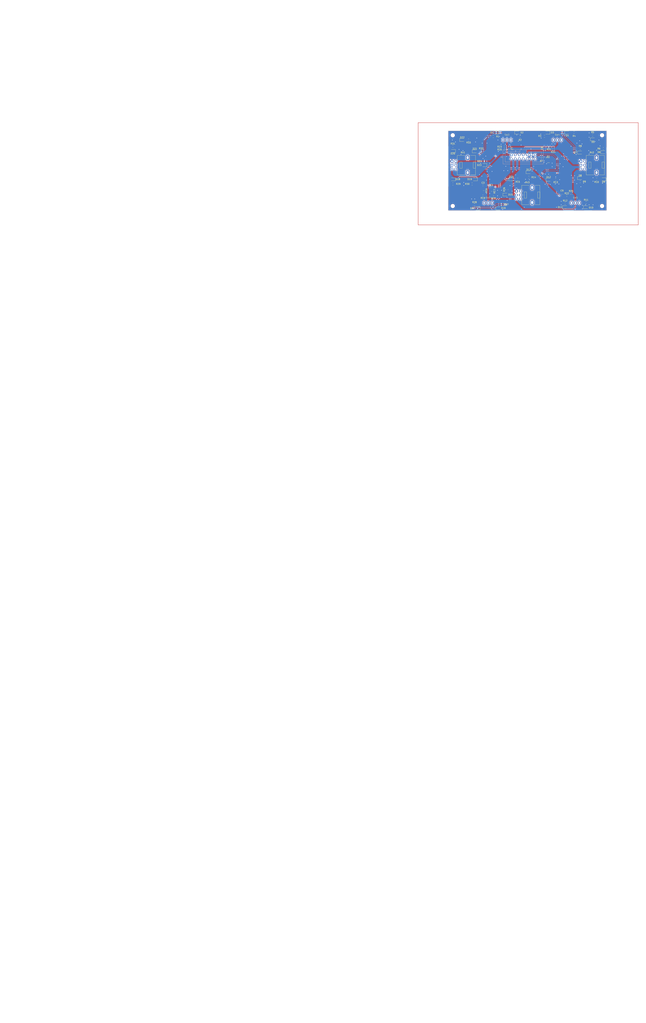
<source format=kicad_pcb>
(kicad_pcb (version 20221018) (generator pcbnew)

  (general
    (thickness 1.6)
  )

  (paper "A4")
  (layers
    (0 "F.Cu" signal)
    (31 "B.Cu" signal)
    (34 "B.Paste" user)
    (35 "F.Paste" user)
    (36 "B.SilkS" user "B.Silkscreen")
    (37 "F.SilkS" user "F.Silkscreen")
    (38 "B.Mask" user)
    (39 "F.Mask" user)
    (44 "Edge.Cuts" user)
    (45 "Margin" user)
    (46 "B.CrtYd" user "B.Courtyard")
    (47 "F.CrtYd" user "F.Courtyard")
    (48 "B.Fab" user)
    (49 "F.Fab" user)
  )

  (setup
    (stackup
      (layer "F.SilkS" (type "Top Silk Screen") (color "White"))
      (layer "F.Paste" (type "Top Solder Paste"))
      (layer "F.Mask" (type "Top Solder Mask") (color "Black") (thickness 0.01))
      (layer "F.Cu" (type "copper") (thickness 0.035))
      (layer "dielectric 1" (type "core") (thickness 1.51) (material "FR4") (epsilon_r 4.5) (loss_tangent 0.02))
      (layer "B.Cu" (type "copper") (thickness 0.035))
      (layer "B.Mask" (type "Bottom Solder Mask") (color "Black") (thickness 0.01))
      (layer "B.Paste" (type "Bottom Solder Paste"))
      (layer "B.SilkS" (type "Bottom Silk Screen") (color "White"))
      (copper_finish "None")
      (dielectric_constraints yes)
    )
    (pad_to_mask_clearance 0)
    (aux_axis_origin 84 131)
    (grid_origin 84 131)
    (pcbplotparams
      (layerselection 0x00010fc_ffffffff)
      (plot_on_all_layers_selection 0x0000000_00000000)
      (disableapertmacros false)
      (usegerberextensions false)
      (usegerberattributes true)
      (usegerberadvancedattributes true)
      (creategerberjobfile true)
      (dashed_line_dash_ratio 12.000000)
      (dashed_line_gap_ratio 3.000000)
      (svgprecision 4)
      (plotframeref false)
      (viasonmask false)
      (mode 1)
      (useauxorigin false)
      (hpglpennumber 1)
      (hpglpenspeed 20)
      (hpglpendiameter 15.000000)
      (dxfpolygonmode true)
      (dxfimperialunits true)
      (dxfusepcbnewfont true)
      (psnegative false)
      (psa4output false)
      (plotreference true)
      (plotvalue true)
      (plotinvisibletext false)
      (sketchpadsonfab false)
      (subtractmaskfromsilk false)
      (outputformat 1)
      (mirror false)
      (drillshape 1)
      (scaleselection 1)
      (outputdirectory "")
    )
  )

  (net 0 "")
  (net 1 "/LED_PWR")
  (net 2 "Net-(D1-A)")
  (net 3 "Net-(D2-A)")
  (net 4 "Net-(D3-A)")
  (net 5 "Net-(D4-A)")
  (net 6 "Net-(D5-A)")
  (net 7 "Net-(D6-A)")
  (net 8 "/PWM_1")
  (net 9 "/SYS_1")
  (net 10 "/SYS_2")
  (net 11 "/Gain")
  (net 12 "/Multiscan")
  (net 13 "/CCS")
  (net 14 "/PWS")
  (net 15 "/Tilt")
  (net 16 "VBUS")
  (net 17 "GND")
  (net 18 "Net-(SW2-C)")
  (net 19 "Net-(SW2-A)")
  (net 20 "Net-(SW3-A)")
  (net 21 "Net-(SW4-A)")
  (net 22 "Net-(SW5-A)")
  (net 23 "+3V3")
  (net 24 "/MODE")
  (net 25 "unconnected-(J1-Pin_10-Pad10)")
  (net 26 "unconnected-(J1-Pin_8-Pad8)")
  (net 27 "Net-(D7-A)")
  (net 28 "Net-(D8-A)")
  (net 29 "Net-(D9-A)")
  (net 30 "Net-(D10-A)")
  (net 31 "Net-(D11-A)")
  (net 32 "Net-(D12-A)")
  (net 33 "Net-(D13-A)")
  (net 34 "Net-(D14-A)")
  (net 35 "Net-(D15-A)")
  (net 36 "Net-(D16-A)")
  (net 37 "Net-(D17-A)")
  (net 38 "Net-(D18-A)")
  (net 39 "Net-(D19-A)")
  (net 40 "Net-(D20-A)")
  (net 41 "Net-(D21-A)")
  (net 42 "Net-(D22-A)")
  (net 43 "Net-(D23-A)")

  (footprint "Capacitor_SMD:C_0603_1608Metric" (layer "F.Cu") (at 106.225 114.75 180))

  (footprint "Capacitor_SMD:C_0603_1608Metric" (layer "F.Cu") (at 111.325 115.95 180))

  (footprint "Resistor_SMD:R_0805_2012Metric" (layer "F.Cu") (at 129.8875 84 180))

  (footprint "Resistor_SMD:R_0603_1608Metric" (layer "F.Cu") (at 148.075 90.5))

  (footprint "Resistor_SMD:R_0805_2012Metric" (layer "F.Cu") (at 182.8375 91.5))

  (footprint "Resistor_SMD:R_0805_2012Metric" (layer "F.Cu") (at 158.5 126.25))

  (footprint "Resistor_SMD:R_0805_2012Metric" (layer "F.Cu") (at 100.8375 127.25))

  (footprint "Resistor_SMD:R_0805_2012Metric" (layer "F.Cu") (at 105.0875 93.2 180))

  (footprint "LED_SMD:LED_0805_2012Metric" (layer "F.Cu") (at 148 111.25))

  (footprint "MountingHole:MountingHole_2.2mm_M2" (layer "F.Cu") (at 182 128))

  (footprint "Resistor_SMD:R_0805_2012Metric" (layer "F.Cu") (at 175.9875 82.9))

  (footprint "NiasStuff:SW_SPDT_YUEN-FUNG_ST-0-103-A01-T000-RS" (layer "F.Cu") (at 121.5 86))

  (footprint "Resistor_SMD:R_0805_2012Metric" (layer "F.Cu") (at 145.3375 83.6))

  (footprint "LED_SMD:LED_0805_2012Metric" (layer "F.Cu") (at 93.0625 86))

  (footprint "LED_SMD:LED_0805_2012Metric" (layer "F.Cu") (at 120.5625 120.75))

  (footprint "Capacitor_SMD:C_0603_1608Metric" (layer "F.Cu") (at 145.3 91.225 -90))

  (footprint "LED_SMD:LED_0805_2012Metric" (layer "F.Cu") (at 135.3125 106.5))

  (footprint "Resistor_SMD:R_0805_2012Metric" (layer "F.Cu") (at 97.0875 86 180))

  (footprint "Resistor_SMD:R_0603_1608Metric" (layer "F.Cu") (at 112.15 118.675 -90))

  (footprint "Resistor_SMD:R_0805_2012Metric" (layer "F.Cu") (at 168.0875 112.5))

  (footprint "Resistor_SMD:R_0603_1608Metric" (layer "F.Cu") (at 159.575 121.4))

  (footprint "LED_SMD:LED_0805_2012Metric" (layer "F.Cu") (at 159.8625 81.3))

  (footprint "NiasStuff:Potentiometer_Alps_RK09L_Double_Vertical" (layer "F.Cu") (at 127.5 118.5))

  (footprint "LED_SMD:LED_0805_2012Metric" (layer "F.Cu") (at 101.0625 111 180))

  (footprint "NiasStuff:SW_SPDT_YUEN-FUNG_ST-0-103-A01-T000-RS" (layer "F.Cu") (at 165 126))

  (footprint "NiasStuff:Potentiometer_Alps_RK09L_Double_Vertical" (layer "F.Cu") (at 168.5 99.5))

  (footprint "LED_SMD:LED_0805_2012Metric" (layer "F.Cu") (at 107.0625 102 180))

  (footprint "Resistor_SMD:R_0805_2012Metric" (layer "F.Cu") (at 112.7875 83.8))

  (footprint "Resistor_SMD:R_0805_2012Metric" (layer "F.Cu") (at 99.3375 114))

  (footprint "LED_SMD:LED_0805_2012Metric" (layer "F.Cu") (at 168.0625 110.25))

  (footprint "LED_SMD:LED_0805_2012Metric" (layer "F.Cu") (at 182.9375 111 180))

  (footprint "NiasStuff:SW_SPDT_YUEN-FUNG_ST-0-103-A01-T000-RS" (layer "F.Cu") (at 153.5 86))

  (footprint "Capacitor_SMD:C_0603_1608Metric" (layer "F.Cu") (at 156.5 120.625 90))

  (footprint "Resistor_SMD:R_0603_1608Metric" (layer "F.Cu") (at 119.825 92.1 180))

  (footprint "LED_SMD:LED_0805_2012Metric" (layer "F.Cu") (at 182.8125 93.75))

  (footprint "Resistor_SMD:R_0603_1608Metric" (layer "F.Cu") (at 150.9 91.275 -90))

  (footprint "NiasStuff:SW_SPDT_YUEN-FUNG_ST-0-103-A01-T000-RS" (layer "F.Cu") (at 109.5 126))

  (footprint "LED_SMD:LED_0805_2012Metric" (layer "F.Cu") (at 116.0625 129.5))

  (footprint "Resistor_SMD:R_0805_2012Metric" (layer "F.Cu") (at 121.5 117.5875 -90))

  (footprint "LED_SMD:LED_0805_2012Metric" (layer "F.Cu") (at 147.1625 81.3 180))

  (footprint "LED_SMD:LED_0805_2012Metric" (layer "F.Cu") (at 87.0625 111 180))

  (footprint "LED_SMD:LED_0805_2012Metric" (layer "F.Cu") (at 168.0625 94))

  (footprint "Resistor_SMD:R_0603_1608Metric" (layer "F.Cu") (at 162.4 120.575 90))

  (footprint "Resistor_SMD:R_0603_1608Metric" (layer "F.Cu") (at 106.175 121.5 180))

  (footprint "Resistor_SMD:R_0805_2012Metric" (layer "F.Cu") (at 117.8875 127 180))

  (footprint "Resistor_SMD:R_0805_2012Metric" (layer "F.Cu") (at 152.5 111.25 180))

  (footprint "MountingHole:MountingHole_2.2mm_M2" (layer "F.Cu") (at 87 83))

  (footprint "LED_SMD:LED_0805_2012Metric" (layer "F.Cu") (at 171.8125 128.75))

  (footprint "Package_TO_SOT_SMD:SOT-23-3" (layer "F.Cu") (at 147.8625 98.9))

  (footprint "Resistor_SMD:R_0805_2012Metric" (layer "F.Cu") (at 171.8375 125.75))

  (footprint "LED_SMD:LED_0805_2012Metric" (layer "F.Cu") (at 176.1625 85.6))

  (footprint "Resistor_SMD:R_0805_2012Metric" (layer "F.Cu") (at 178.5875 111))

  (footprint "LED_SMD:LED_0805_2012Metric" (layer "F.Cu") (at 128.0375 81.3))

  (footprint "Resistor_SMD:R_0603_1608Metric" (layer "F.Cu") (at 112.925 121.75))

  (footprint "Resistor_SMD:R_0603_1608Metric" (layer "F.Cu") (at 143.4 97.175 90))

  (footprint "LED_SMD:LED_0805_2012Metric" (layer "F.Cu")
    (tstamp c9a4b60f-43ff-426f-b1a9-aa86c29c0381)
    (at 87.0625 93 180)
    (descr "LED SMD 0805 (2012 Metric), square (rectangular) end terminal, IPC_7351 nominal, (Body size source: https://docs.google.com/spreadsheets/d/1BsfQQcO9C6DZCsRaXUlFlo91Tg2WpOkGARC1WS5S8t0/edit?usp=sharing), generated with kicad-footprint-generator")
    (tags "LED")
    (property "JLCPCB Part" "C3646928")
    (property "Manufracturer" "XINGLIGHT")
    (property "Manufracturer Part Number" "XL-2012WWC-DS")
    (property "Sheetfile" "109VU.kicad_sch")
    (property "Sheetname" "")
    (property "ki_description" "Light emitting diode")
    (property "ki_keywords" "LED diode")
    (path "/13d4c1ff-5041-4360-94ef-5beb17e8abd7")
    (attr smd)
    (fp_text reference "D20" (at 0 -1.65) (layer "F.SilkS")
        (effects (font (size 1 1) (thickness 0.15)))
      (tstamp ee922f7b-8c90-4da5-83aa-ced024db2e1a)
    )
    (fp_text value "LED White" (at 0 1.65) (layer "F.Fab")
        (effects (font (size 1 1) (thickness 0.15)))
      (tstamp aadcfdc3-7618-49a
... [1252591 chars truncated]
</source>
